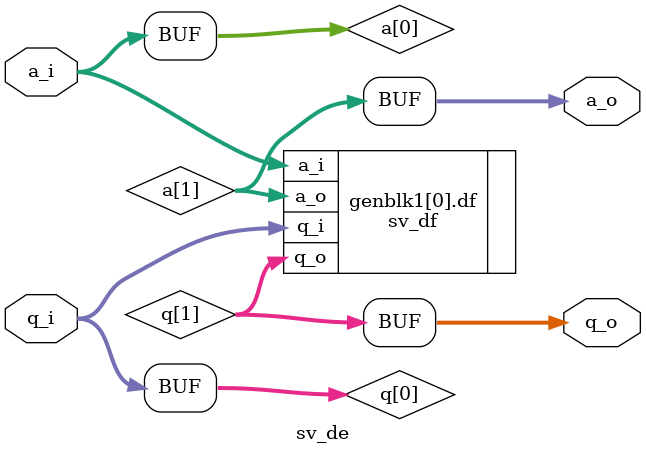
<source format=sv>


module sv_de #(
  parameter DATA_WIDTH = 512,
  parameter ROUND_PER_TACT = 1)
(

  input  logic  [DATA_WIDTH-1:0]  a_i,
  input  logic  [2*DATA_WIDTH-1:0]  q_i,

  output logic  [DATA_WIDTH-1:0]  a_o,
  output logic  [2*DATA_WIDTH-1:0]  q_o);
 
  logic [DATA_WIDTH-1:0] a [0:ROUND_PER_TACT];
  logic [2*DATA_WIDTH-1:0] q [0:ROUND_PER_TACT];
  
  assign a[0] = a_i;
  assign q[0] = q_i;

  genvar i;

  generate for (i=0; i<ROUND_PER_TACT; i++) begin

    sv_df #(DATA_WIDTH)
    df (
      .a_i(a[i]),
      .q_i(q[i]),

      .a_o(a[i+1]),
      .q_o(q[i+1])); 

  end endgenerate

  assign a_o = a[ROUND_PER_TACT];
  assign q_o = q[ROUND_PER_TACT]; 

endmodule

</source>
